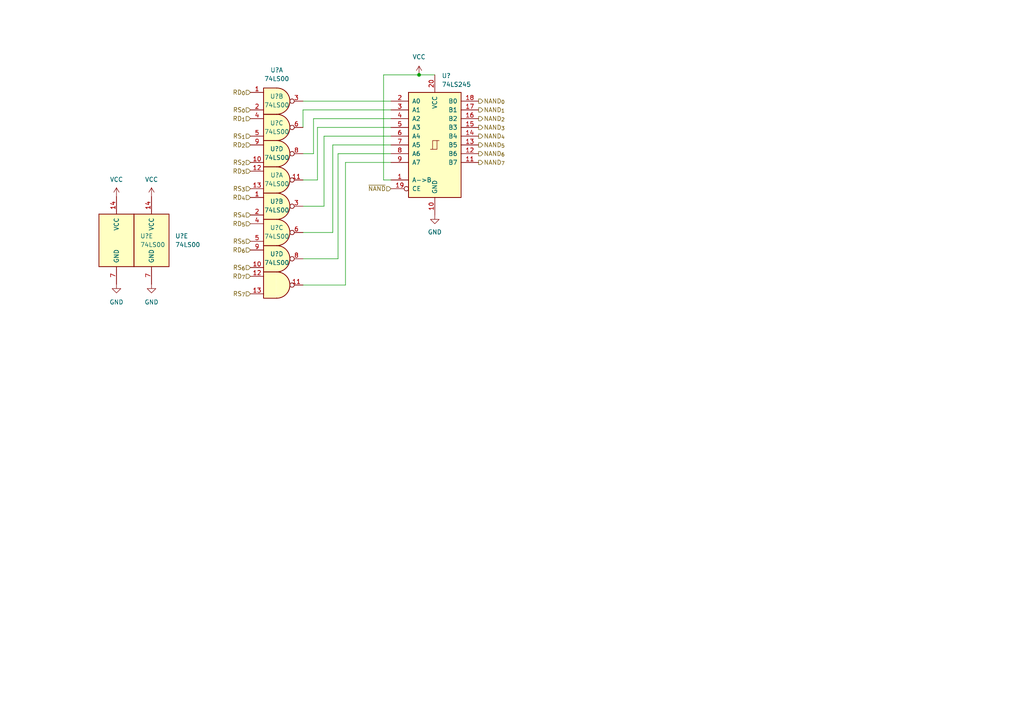
<source format=kicad_sch>
(kicad_sch (version 20211123) (generator eeschema)
  (paper "A4")
  (lib_symbols
    (symbol "74xx:74LS00" (pin_names (offset 1.016))
      (property "Reference" "U" (at 0 1.27 0))
      (property "Value" "74LS00" (at 0 -1.27 0))
      (symbol "74LS00_1_1"
        (arc (start 0 -3.81) (mid 3.81 0) (end 0 3.81) (stroke (width 0.254)) (fill (type background)))
        (polyline (pts (xy 0 3.81) (xy -3.81 3.81) (xy -3.81 -3.81) (xy 0 -3.81)) (stroke (width 0.254)) (fill (type background)))
        (pin input line (at -7.62 2.54 0) (length 3.81) (name "~") (number "1"))
        (pin input line (at -7.62 -2.54 0) (length 3.81) (name "~") (number "2"))
        (pin output inverted (at 7.62 0 180) (length 3.81) (name "~") (number "3"))
      )
      (symbol "74LS00_1_2"
        (arc (start -3.81 -3.81) (mid -2.589 0) (end -3.81 3.81) (stroke (width 0.254)))
        (arc (start -0.6096 -3.81) (mid 2.1855 -2.584) (end 3.81 0) (stroke (width 0.254)) (fill (type background)))
        (polyline (pts (xy -3.81 -3.81) (xy -0.635 -3.81)) (stroke (width 0.254)) (fill (type background)))
        (polyline (pts (xy -3.81 3.81) (xy -0.635 3.81)) (stroke (width 0.254)) (fill (type background)))
        (polyline (pts (xy -0.635 3.81) (xy -3.81 3.81) (xy -3.81 3.81) (xy -3.556 3.4036) (xy -3.0226 2.2606) (xy -2.6924 1.0414) (xy -2.6162 -0.254) (xy -2.7686 -1.4986) (xy -3.175 -2.7178) (xy -3.81 -3.81) (xy -3.81 -3.81) (xy -0.635 -3.81)) (stroke (width -25.4)) (fill (type background)))
        (arc (start 3.81 0) (mid 2.1928 2.5925) (end -0.6096 3.81) (stroke (width 0.254)) (fill (type background)))
        (pin input inverted (at -7.62 2.54 0) (length 4.318) (name "~") (number "1"))
        (pin input inverted (at -7.62 -2.54 0) (length 4.318) (name "~") (number "2"))
        (pin output line (at 7.62 0 180) (length 3.81) (name "~") (number "3"))
      )
      (symbol "74LS00_2_1"
        (arc (start 0 -3.81) (mid 3.81 0) (end 0 3.81) (stroke (width 0.254)) (fill (type background)))
        (polyline (pts (xy 0 3.81) (xy -3.81 3.81) (xy -3.81 -3.81) (xy 0 -3.81)) (stroke (width 0.254)) (fill (type background)))
        (pin input line (at -7.62 2.54 0) (length 3.81) (name "~") (number "4"))
        (pin input line (at -7.62 -2.54 0) (length 3.81) (name "~") (number "5"))
        (pin output inverted (at 7.62 0 180) (length 3.81) (name "~") (number "6"))
      )
      (symbol "74LS00_2_2"
        (arc (start -3.81 -3.81) (mid -2.589 0) (end -3.81 3.81) (stroke (width 0.254)))
        (arc (start -0.6096 -3.81) (mid 2.1855 -2.584) (end 3.81 0) (stroke (width 0.254)) (fill (type background)))
        (polyline (pts (xy -3.81 -3.81) (xy -0.635 -3.81)) (stroke (width 0.254)) (fill (type background)))
        (polyline (pts (xy -3.81 3.81) (xy -0.635 3.81)) (stroke (width 0.254)) (fill (type background)))
        (polyline (pts (xy -0.635 3.81) (xy -3.81 3.81) (xy -3.81 3.81) (xy -3.556 3.4036) (xy -3.0226 2.2606) (xy -2.6924 1.0414) (xy -2.6162 -0.254) (xy -2.7686 -1.4986) (xy -3.175 -2.7178) (xy -3.81 -3.81) (xy -3.81 -3.81) (xy -0.635 -3.81)) (stroke (width -25.4)) (fill (type background)))
        (arc (start 3.81 0) (mid 2.1928 2.5925) (end -0.6096 3.81) (stroke (width 0.254)) (fill (type background)))
        (pin input inverted (at -7.62 2.54 0) (length 4.318) (name "~") (number "4"))
        (pin input inverted (at -7.62 -2.54 0) (length 4.318) (name "~") (number "5"))
        (pin output line (at 7.62 0 180) (length 3.81) (name "~") (number "6"))
      )
      (symbol "74LS00_3_1"
        (arc (start 0 -3.81) (mid 3.81 0) (end 0 3.81) (stroke (width 0.254)) (fill (type background)))
        (polyline (pts (xy 0 3.81) (xy -3.81 3.81) (xy -3.81 -3.81) (xy 0 -3.81)) (stroke (width 0.254)) (fill (type background)))
        (pin input line (at -7.62 -2.54 0) (length 3.81) (name "~") (number "10"))
        (pin output inverted (at 7.62 0 180) (length 3.81) (name "~") (number "8"))
        (pin input line (at -7.62 2.54 0) (length 3.81) (name "~") (number "9"))
      )
      (symbol "74LS00_3_2"
        (arc (start -3.81 -3.81) (mid -2.589 0) (end -3.81 3.81) (stroke (width 0.254)))
        (arc (start -0.6096 -3.81) (mid 2.1855 -2.584) (end 3.81 0) (stroke (width 0.254)) (fill (type background)))
        (polyline (pts (xy -3.81 -3.81) (xy -0.635 -3.81)) (stroke (width 0.254)) (fill (type background)))
        (polyline (pts (xy -3.81 3.81) (xy -0.635 3.81)) (stroke (width 0.254)) (fill (type background)))
        (polyline (pts (xy -0.635 3.81) (xy -3.81 3.81) (xy -3.81 3.81) (xy -3.556 3.4036) (xy -3.0226 2.2606) (xy -2.6924 1.0414) (xy -2.6162 -0.254) (xy -2.7686 -1.4986) (xy -3.175 -2.7178) (xy -3.81 -3.81) (xy -3.81 -3.81) (xy -0.635 -3.81)) (stroke (width -25.4)) (fill (type background)))
        (arc (start 3.81 0) (mid 2.1928 2.5925) (end -0.6096 3.81) (stroke (width 0.254)) (fill (type background)))
        (pin input inverted (at -7.62 -2.54 0) (length 4.318) (name "~") (number "10"))
        (pin output line (at 7.62 0 180) (length 3.81) (name "~") (number "8"))
        (pin input inverted (at -7.62 2.54 0) (length 4.318) (name "~") (number "9"))
      )
      (symbol "74LS00_4_1"
        (arc (start 0 -3.81) (mid 3.81 0) (end 0 3.81) (stroke (width 0.254)) (fill (type background)))
        (polyline (pts (xy 0 3.81) (xy -3.81 3.81) (xy -3.81 -3.81) (xy 0 -3.81)) (stroke (width 0.254)) (fill (type background)))
        (pin output inverted (at 7.62 0 180) (length 3.81) (name "~") (number "11"))
        (pin input line (at -7.62 2.54 0) (length 3.81) (name "~") (number "12"))
        (pin input line (at -7.62 -2.54 0) (length 3.81) (name "~") (number "13"))
      )
      (symbol "74LS00_4_2"
        (arc (start -3.81 -3.81) (mid -2.589 0) (end -3.81 3.81) (stroke (width 0.254)))
        (arc (start -0.6096 -3.81) (mid 2.1855 -2.584) (end 3.81 0) (stroke (width 0.254)) (fill (type background)))
        (polyline (pts (xy -3.81 -3.81) (xy -0.635 -3.81)) (stroke (width 0.254)) (fill (type background)))
        (polyline (pts (xy -3.81 3.81) (xy -0.635 3.81)) (stroke (width 0.254)) (fill (type background)))
        (polyline (pts (xy -0.635 3.81) (xy -3.81 3.81) (xy -3.81 3.81) (xy -3.556 3.4036) (xy -3.0226 2.2606) (xy -2.6924 1.0414) (xy -2.6162 -0.254) (xy -2.7686 -1.4986) (xy -3.175 -2.7178) (xy -3.81 -3.81) (xy -3.81 -3.81) (xy -0.635 -3.81)) (stroke (width -25.4)) (fill (type background)))
        (arc (start 3.81 0) (mid 2.1928 2.5925) (end -0.6096 3.81) (stroke (width 0.254)) (fill (type background)))
        (pin output line (at 7.62 0 180) (length 3.81) (name "~") (number "11"))
        (pin input inverted (at -7.62 2.54 0) (length 4.318) (name "~") (number "12"))
        (pin input inverted (at -7.62 -2.54 0) (length 4.318) (name "~") (number "13"))
      )
      (symbol "74LS00_5_0"
        (pin power_in line (at 0 12.7 270) (length 5.08) (name "VCC") (number "14"))
        (pin power_in line (at 0 -12.7 90) (length 5.08) (name "GND") (number "7"))
      )
      (symbol "74LS00_5_1"
        (rectangle (start -5.08 7.62) (end 5.08 -7.62) (stroke (width 0.254)) (fill (type background)))
      )
    )
    (symbol "74xx:74LS245" (pin_names (offset 1.016))
      (property "Reference" "U" (at -7.62 16.51 0))
      (property "Value" "74LS245" (at -7.62 -16.51 0))
      (symbol "74LS245_1_0"
        (polyline (pts (xy -0.635 -1.27) (xy -0.635 1.27) (xy 0.635 1.27)))
        (polyline (pts (xy -1.27 -1.27) (xy 0.635 -1.27) (xy 0.635 1.27) (xy 1.27 1.27)))
        (pin input line (at -12.7 -10.16 0) (length 5.08) (name "A->B") (number "1"))
        (pin power_in line (at 0 -20.32 90) (length 5.08) (name "GND") (number "10"))
        (pin tri_state line (at 12.7 -5.08 180) (length 5.08) (name "B7") (number "11"))
        (pin tri_state line (at 12.7 -2.54 180) (length 5.08) (name "B6") (number "12"))
        (pin tri_state line (at 12.7 0 180) (length 5.08) (name "B5") (number "13"))
        (pin tri_state line (at 12.7 2.54 180) (length 5.08) (name "B4") (number "14"))
        (pin tri_state line (at 12.7 5.08 180) (length 5.08) (name "B3") (number "15"))
        (pin tri_state line (at 12.7 7.62 180) (length 5.08) (name "B2") (number "16"))
        (pin tri_state line (at 12.7 10.16 180) (length 5.08) (name "B1") (number "17"))
        (pin tri_state line (at 12.7 12.7 180) (length 5.08) (name "B0") (number "18"))
        (pin input inverted (at -12.7 -12.7 0) (length 5.08) (name "CE") (number "19"))
        (pin tri_state line (at -12.7 12.7 0) (length 5.08) (name "A0") (number "2"))
        (pin power_in line (at 0 20.32 270) (length 5.08) (name "VCC") (number "20"))
        (pin tri_state line (at -12.7 10.16 0) (length 5.08) (name "A1") (number "3"))
        (pin tri_state line (at -12.7 7.62 0) (length 5.08) (name "A2") (number "4"))
        (pin tri_state line (at -12.7 5.08 0) (length 5.08) (name "A3") (number "5"))
        (pin tri_state line (at -12.7 2.54 0) (length 5.08) (name "A4") (number "6"))
        (pin tri_state line (at -12.7 0 0) (length 5.08) (name "A5") (number "7"))
        (pin tri_state line (at -12.7 -2.54 0) (length 5.08) (name "A6") (number "8"))
        (pin tri_state line (at -12.7 -5.08 0) (length 5.08) (name "A7") (number "9"))
      )
      (symbol "74LS245_1_1"
        (rectangle (start -7.62 15.24) (end 7.62 -15.24) (stroke (width 0.254)) (fill (type background)))
      )
    )
    (symbol "power:GND" (power) (pin_names (offset 0))
      (property "Value" "GND" (at 0 -3.81 0))
      (symbol "GND_0_1"
        (polyline (pts (xy 0 0) (xy 0 -1.27) (xy 1.27 -1.27) (xy 0 -2.54) (xy -1.27 -1.27) (xy 0 -1.27)))
      )
      (symbol "GND_1_1"
        (pin power_in line (at 0 0 270) (length 0) hide (name "GND") (number "1"))
      )
    )
    (symbol "power:VCC" (power) (pin_names (offset 0))
      (property "Value" "VCC" (at 0 3.81 0))
      (symbol "VCC_0_1"
        (polyline (pts (xy -0.762 1.27) (xy 0 2.54)))
        (polyline (pts (xy 0 0) (xy 0 2.54)))
        (polyline (pts (xy 0 2.54) (xy 0.762 1.27)))
      )
      (symbol "VCC_1_1"
        (pin power_in line (at 0 0 90) (length 0) hide (name "VCC") (number "1"))
      )
    )
  )
  (junction (at 121.539 21.717))
  (wire (pts (xy 111.252 21.717) (xy 121.539 21.717)))
  (wire (pts (xy 90.932 44.577) (xy 87.884 44.577)))
  (wire (pts (xy 90.932 34.417) (xy 90.932 44.577)))
  (wire (pts (xy 113.411 34.417) (xy 90.932 34.417)))
  (wire (pts (xy 98.044 44.577) (xy 113.411 44.577)))
  (wire (pts (xy 96.52 67.437) (xy 87.884 67.437)))
  (wire (pts (xy 96.52 42.037) (xy 96.52 67.437)))
  (wire (pts (xy 121.539 21.717) (xy 126.111 21.717)))
  (wire (pts (xy 100.203 82.677) (xy 87.884 82.677)))
  (wire (pts (xy 87.884 75.057) (xy 98.044 75.057)))
  (wire (pts (xy 93.98 59.817) (xy 87.884 59.817)))
  (wire (pts (xy 87.884 29.337) (xy 113.411 29.337)))
  (wire (pts (xy 92.075 52.197) (xy 92.075 36.957)))
  (wire (pts (xy 87.884 36.957) (xy 87.884 31.877)))
  (wire (pts (xy 113.411 42.037) (xy 96.52 42.037)))
  (wire (pts (xy 111.252 52.197) (xy 111.252 21.717)))
  (wire (pts (xy 87.884 52.197) (xy 92.075 52.197)))
  (wire (pts (xy 113.411 39.497) (xy 93.98 39.497)))
  (wire (pts (xy 113.411 47.117) (xy 100.203 47.117)))
  (wire (pts (xy 92.075 36.957) (xy 113.411 36.957)))
  (wire (pts (xy 98.044 75.057) (xy 98.044 44.577)))
  (wire (pts (xy 93.98 39.497) (xy 93.98 59.817)))
  (wire (pts (xy 87.884 31.877) (xy 113.411 31.877)))
  (wire (pts (xy 100.203 47.117) (xy 100.203 82.677)))
  (wire (pts (xy 113.411 52.197) (xy 111.252 52.197)))
  (hierarchical_label "RD_{3}" (shape input) (at 72.644 49.657 180))
  (hierarchical_label "~{NAND}" (shape input) (at 113.411 54.737 180))
  (hierarchical_label "RS_{2}" (shape input) (at 72.644 47.117 180))
  (hierarchical_label "NAND_{5}" (shape output) (at 138.811 42.037 0))
  (hierarchical_label "RD_{4}" (shape input) (at 72.644 57.277 180))
  (hierarchical_label "NAND_{0}" (shape output) (at 138.811 29.337 0))
  (hierarchical_label "RS_{0}" (shape input) (at 72.644 31.877 180))
  (hierarchical_label "RD_{1}" (shape input) (at 72.644 34.417 180))
  (hierarchical_label "RS_{4}" (shape input) (at 72.644 62.357 180))
  (hierarchical_label "RD_{6}" (shape input) (at 72.644 72.517 180))
  (hierarchical_label "NAND_{2}" (shape output) (at 138.811 34.417 0))
  (hierarchical_label "NAND_{3}" (shape output) (at 138.811 36.957 0))
  (hierarchical_label "RS_{5}" (shape input) (at 72.644 69.977 180))
  (hierarchical_label "NAND_{4}" (shape output) (at 138.811 39.497 0))
  (hierarchical_label "RD_{0}" (shape input) (at 72.644 26.797 180))
  (hierarchical_label "NAND_{7}" (shape output) (at 138.811 47.117 0))
  (hierarchical_label "RS_{7}" (shape input) (at 72.644 85.217 180))
  (hierarchical_label "NAND_{6}" (shape output) (at 138.811 44.577 0))
  (hierarchical_label "RS_{6}" (shape input) (at 72.644 77.597 180))
  (hierarchical_label "RD_{7}" (shape input) (at 72.644 80.137 180))
  (hierarchical_label "RD_{2}" (shape input) (at 72.644 42.037 180))
  (hierarchical_label "RS_{3}" (shape input) (at 72.644 54.737 180))
  (hierarchical_label "RD_{5}" (shape input) (at 72.644 64.897 180))
  (hierarchical_label "NAND_{1}" (shape output) (at 138.811 31.877 0))
  (hierarchical_label "RS_{1}" (shape input) (at 72.644 39.497 180))
  (symbol (lib_id "74xx:74LS00") (at 80.264 75.057 0) (unit 3)
    (property "Reference" "U?" (at 80.264 66.04 0))
    (property "Value" "74LS00" (at 80.264 68.58 0))
    (property "Datasheet" "http://www.ti.com/lit/gpn/sn74ls00" (effects hide))
  )
  (symbol (lib_id "74xx:74LS00") (at 80.264 82.677 0) (unit 4)
    (property "Reference" "U?" (at 80.264 73.66 0))
    (property "Value" "74LS00" (at 80.264 76.2 0))
    (property "Datasheet" "http://www.ti.com/lit/gpn/sn74ls00" (effects hide))
  )
  (symbol (lib_id "74xx:74LS00") (at 33.782 69.723 0) (unit 5)
    (property "Reference" "U?" (at 40.64 68.4529 0) (effects (justify left)))
    (property "Value" "74LS00" (at 40.64 70.9929 0) (effects (justify left)))
    (property "Datasheet" "http://www.ti.com/lit/gpn/sn74ls00" (effects hide))
  )
  (symbol (lib_id "74xx:74LS00") (at 80.264 44.577 0) (unit 3)
    (property "Reference" "U?" (at 80.264 35.687 0))
    (property "Value" "74LS00" (at 80.264 38.227 0))
    (property "Datasheet" "http://www.ti.com/lit/gpn/sn74ls00" (effects hide))
  )
  (symbol (lib_id "74xx:74LS00") (at 80.264 59.817 0) (unit 1)
    (property "Reference" "U?" (at 80.264 50.8 0))
    (property "Value" "74LS00" (at 80.264 53.34 0))
    (property "Datasheet" "http://www.ti.com/lit/gpn/sn74ls00" (effects hide))
  )
  (symbol (lib_id "power:VCC") (at 121.539 21.717 0) (unit 1)
    (property "Reference" "#PWR?" (effects hide))
    (property "Value" "VCC" (at 121.539 16.51 0))
  )
  (symbol (lib_id "74xx:74LS245") (at 126.111 42.037 0) (unit 1)
    (property "Reference" "U?" (at 128.1304 21.971 0) (effects (justify left)))
    (property "Value" "74LS245" (at 128.1304 24.511 0) (effects (justify left)))
    (property "Datasheet" "http://www.ti.com/lit/gpn/sn74LS245" (effects hide))
  )
  (symbol (lib_id "power:VCC") (at 33.782 57.023 0) (unit 1)
    (property "Reference" "#PWR?" (effects hide))
    (property "Value" "VCC" (at 33.782 52.07 0))
  )
  (symbol (lib_id "74xx:74LS00") (at 80.264 29.337 0) (unit 1)
    (property "Reference" "U?" (at 80.264 20.32 0))
    (property "Value" "74LS00" (at 80.264 22.86 0))
    (property "Datasheet" "http://www.ti.com/lit/gpn/sn74ls00" (effects hide))
  )
  (symbol (lib_id "power:VCC") (at 43.942 57.023 0) (unit 1)
    (property "Reference" "#PWR?" (effects hide))
    (property "Value" "VCC" (at 43.942 52.07 0))
  )
  (symbol (lib_id "power:GND") (at 43.942 82.423 0) (unit 1)
    (property "Reference" "#PWR?" (effects hide))
    (property "Value" "GND" (at 43.942 87.63 0))
  )
  (symbol (lib_id "74xx:74LS00") (at 80.264 36.957 0) (unit 2)
    (property "Reference" "U?" (at 80.264 27.94 0))
    (property "Value" "74LS00" (at 80.264 30.48 0))
    (property "Datasheet" "http://www.ti.com/lit/gpn/sn74ls00" (effects hide))
  )
  (symbol (lib_id "74xx:74LS00") (at 80.264 67.437 0) (unit 2)
    (property "Reference" "U?" (at 80.264 58.42 0))
    (property "Value" "74LS00" (at 80.264 60.96 0))
    (property "Datasheet" "http://www.ti.com/lit/gpn/sn74ls00" (effects hide))
  )
  (symbol (lib_id "power:GND") (at 126.111 62.357 0) (unit 1)
    (property "Reference" "#PWR?" (effects hide))
    (property "Value" "GND" (at 126.111 67.31 0))
  )
  (symbol (lib_id "74xx:74LS00") (at 80.264 52.197 0) (unit 4)
    (property "Reference" "U?" (at 80.264 43.18 0))
    (property "Value" "74LS00" (at 80.264 45.72 0))
    (property "Datasheet" "http://www.ti.com/lit/gpn/sn74ls00" (effects hide))
  )
  (symbol (lib_id "74xx:74LS00") (at 43.942 69.723 0) (unit 5)
    (property "Reference" "U?" (at 50.8 68.4529 0) (effects (justify left)))
    (property "Value" "74LS00" (at 50.8 70.9929 0) (effects (justify left)))
    (property "Datasheet" "http://www.ti.com/lit/gpn/sn74ls00" (effects hide))
  )
  (symbol (lib_id "power:GND") (at 33.782 82.423 0) (unit 1)
    (property "Reference" "#PWR?" (effects hide))
    (property "Value" "GND" (at 33.782 87.63 0))
  )
)
</source>
